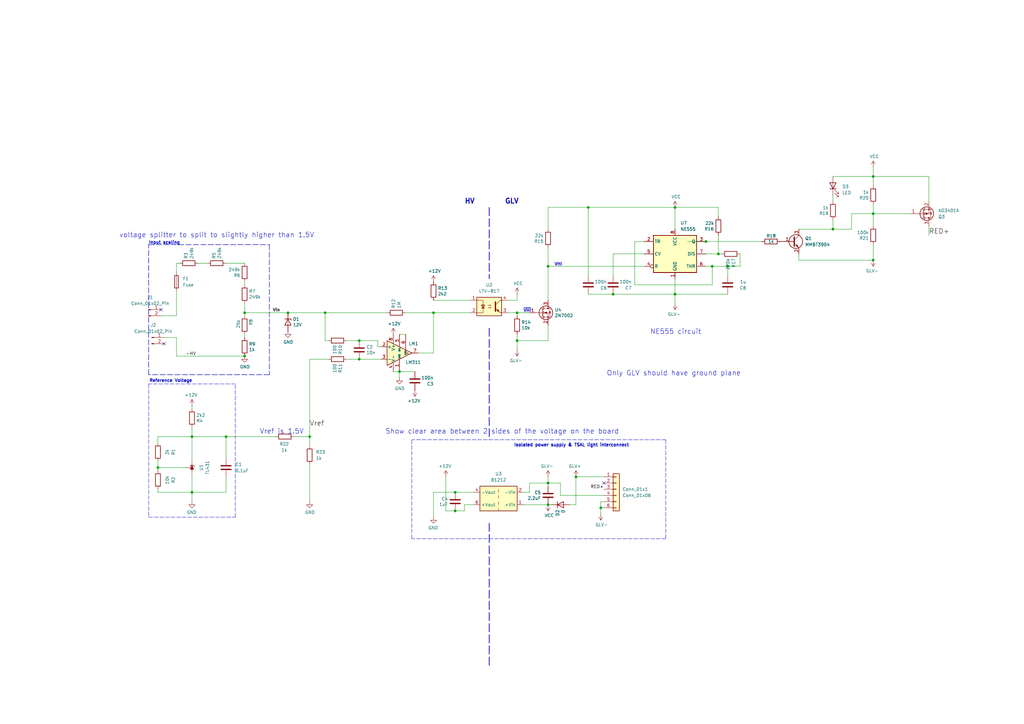
<source format=kicad_sch>
(kicad_sch (version 20231120) (generator "eeschema") (generator_version "8.0")
  (paper "A3")
  (title_block (title "TSAL") (date "2020-03-11") (rev "3.1") (company "NU Racing (UoN)") (comment 1 "Michael Ruppe") (comment 2 "github.com/michaelruppe/FSAE"))
  (lib_symbols
    (symbol "Comparator:LM311" (pin_names (offset 0.127))
      (property "Reference" "U" (at 3.81 6.35 0))
      (property "Value" "LM311" (at 3.81 3.81 0))
      (symbol "LM311_0_1"
        (polyline (pts (xy 5.08 0) (xy -5.08 5.08) (xy -5.08 -5.08) (xy 5.08 0)) (stroke (width 0.254)) (fill (type background)))
        (polyline (pts (xy 3.683 -0.381) (xy 3.302 -0.381) (xy 3.683 0) (xy 3.302 0.381) (xy 2.921 0) (xy 3.302 -0.381) (xy 2.921 -0.381)) (stroke (width 0.127)))
      )
      (symbol "LM311_1_1"
        (pin passive line (at 0 -7.62 90) (length 5.08) (name "GND") (number "1"))
        (pin input line (at -7.62 2.54 0) (length 2.54) (name "+") (number "2"))
        (pin input line (at -7.62 -2.54 0) (length 2.54) (name "-") (number "3"))
        (pin power_in line (at -2.54 -7.62 90) (length 3.81) (name "V-") (number "4"))
        (pin input line (at 0 7.62 270) (length 5.08) (name "BAL") (number "5"))
        (pin input line (at 2.54 7.62 270) (length 6.35) (name "STRB") (number "6"))
        (pin open_collector line (at 7.62 0 180) (length 2.54) (name "~") (number "7"))
        (pin power_in line (at -2.54 7.62 270) (length 3.81) (name "V+") (number "8"))
      )
    )
    (symbol "Connector:Conn_01x02_Pin" (pin_names (offset 1.016) hide)
      (property "Reference" "J" (at 0 2.54 0))
      (property "Value" "Conn_01x02_Pin" (at 0 -5.08 0))
      (symbol "Conn_01x02_Pin_1_1"
        (polyline (pts (xy 1.27 -2.54) (xy 0.8636 -2.54)) (stroke (width 0.1524)))
        (polyline (pts (xy 1.27 0) (xy 0.8636 0)) (stroke (width 0.1524)))
        (rectangle (start 0.8636 -2.413) (end 0 -2.667) (stroke (width 0.1524)) (fill (type outline)))
        (rectangle (start 0.8636 0.127) (end 0 -0.127) (stroke (width 0.1524)) (fill (type outline)))
        (pin passive line (at 5.08 0 180) (length 3.81) (name "Pin_1") (number "1"))
        (pin passive line (at 5.08 -2.54 180) (length 3.81) (name "Pin_2") (number "2"))
      )
    )
    (symbol "Connector_Generic:Conn_01x06" (pin_names (offset 1.016) hide)
      (property "Reference" "J" (at 0 7.62 0))
      (property "Value" "Conn_01x06" (at 0 -10.16 0))
      (symbol "Conn_01x06_1_1"
        (rectangle (start -1.27 -7.493) (end 0 -7.747) (stroke (width 0.1524)))
        (rectangle (start -1.27 -4.953) (end 0 -5.207) (stroke (width 0.1524)))
        (rectangle (start -1.27 -2.413) (end 0 -2.667) (stroke (width 0.1524)))
        (rectangle (start -1.27 0.127) (end 0 -0.127) (stroke (width 0.1524)))
        (rectangle (start -1.27 2.667) (end 0 2.413) (stroke (width 0.1524)))
        (rectangle (start -1.27 5.207) (end 0 4.953) (stroke (width 0.1524)))
        (rectangle (start -1.27 6.35) (end 1.27 -8.89) (stroke (width 0.254)) (fill (type background)))
        (pin passive line (at -5.08 5.08 0) (length 3.81) (name "Pin_1") (number "1"))
        (pin passive line (at -5.08 2.54 0) (length 3.81) (name "Pin_2") (number "2"))
        (pin passive line (at -5.08 0 0) (length 3.81) (name "Pin_3") (number "3"))
        (pin passive line (at -5.08 -2.54 0) (length 3.81) (name "Pin_4") (number "4"))
        (pin passive line (at -5.08 -5.08 0) (length 3.81) (name "Pin_5") (number "5"))
        (pin passive line (at -5.08 -7.62 0) (length 3.81) (name "Pin_6") (number "6"))
      )
    )
    (symbol "Converter_DCDC:TBA2-1212"
      (property "Reference" "U" (at -6.35 6.35 0))
      (property "Value" "TBA2-1212" (at 2.54 6.35 0))
      (symbol "TBA2-1212_0_1"
        (rectangle (start -7.62 5.08) (end 7.62 -5.08) (stroke (width 0.254)) (fill (type background)))
        (polyline (pts (xy 0 -2.54) (xy 0 -3.81)))
        (polyline (pts (xy 0 0) (xy 0 -1.27)))
        (polyline (pts (xy 0 2.54) (xy 0 1.27)))
        (polyline (pts (xy 0 5.08) (xy 0 3.81)))
      )
      (symbol "TBA2-1212_1_1"
        (pin power_in line (at -10.16 2.54 0) (length 2.54) (name "+Vin") (number "1"))
        (pin power_in line (at -10.16 -2.54 0) (length 2.54) (name "-Vin") (number "2"))
        (pin power_out line (at 10.16 -2.54 180) (length 2.54) (name "-Vout") (number "4"))
        (pin power_out line (at 10.16 2.54 180) (length 2.54) (name "+Vout") (number "6"))
      )
    )
    (symbol "Device:C" (pin_numbers hide) (pin_names (offset 0.254))
      (property "Reference" "C" (at 0.635 2.54 0))
      (property "Value" "C" (at 0.635 -2.54 0))
      (symbol "C_0_1"
        (polyline (pts (xy -2.032 -0.762) (xy 2.032 -0.762)) (stroke (width 0.508)))
        (polyline (pts (xy -2.032 0.762) (xy 2.032 0.762)) (stroke (width 0.508)))
      )
      (symbol "C_1_1"
        (pin passive line (at 0 3.81 270) (length 2.794) (name "~") (number "1"))
        (pin passive line (at 0 -3.81 90) (length 2.794) (name "~") (number "2"))
      )
    )
    (symbol "Device:D" (pin_numbers hide) (pin_names (offset 1.016) hide)
      (property "Reference" "D" (at 0 2.54 0))
      (property "Value" "D" (at 0 -2.54 0))
      (symbol "D_0_1"
        (polyline (pts (xy -1.27 1.27) (xy -1.27 -1.27)) (stroke (width 0.254)))
        (polyline (pts (xy 1.27 0) (xy -1.27 0)))
        (polyline (pts (xy 1.27 1.27) (xy 1.27 -1.27) (xy -1.27 0) (xy 1.27 1.27)) (stroke (width 0.254)))
      )
      (symbol "D_1_1"
        (pin passive line (at -3.81 0 0) (length 2.54) (name "K") (number "1"))
        (pin passive line (at 3.81 0 180) (length 2.54) (name "A") (number "2"))
      )
    )
    (symbol "Device:D_Zener" (pin_numbers hide) (pin_names (offset 1.016) hide)
      (property "Reference" "D" (at 0 2.54 0))
      (property "Value" "D_Zener" (at 0 -2.54 0))
      (symbol "D_Zener_0_1"
        (polyline (pts (xy 1.27 0) (xy -1.27 0)))
        (polyline (pts (xy -1.27 -1.27) (xy -1.27 1.27) (xy -0.762 1.27)) (stroke (width 0.254)))
        (polyline (pts (xy 1.27 -1.27) (xy 1.27 1.27) (xy -1.27 0) (xy 1.27 -1.27)) (stroke (width 0.254)))
      )
      (symbol "D_Zener_1_1"
        (pin passive line (at -3.81 0 0) (length 2.54) (name "K") (number "1"))
        (pin passive line (at 3.81 0 180) (length 2.54) (name "A") (number "2"))
      )
    )
    (symbol "Device:Fuse" (pin_numbers hide) (pin_names (offset 0))
      (property "Reference" "F" (at 2.032 0 90))
      (property "Value" "Fuse" (at -1.905 0 90))
      (symbol "Fuse_0_1"
        (rectangle (start -0.762 -2.54) (end 0.762 2.54) (stroke (width 0.254)))
        (polyline (pts (xy 0 2.54) (xy 0 -2.54)))
      )
      (symbol "Fuse_1_1"
        (pin passive line (at 0 3.81 270) (length 1.27) (name "~") (number "1"))
        (pin passive line (at 0 -3.81 90) (length 1.27) (name "~") (number "2"))
      )
    )
    (symbol "Device:LED" (pin_numbers hide) (pin_names (offset 1.016) hide)
      (property "Reference" "D" (at 0 2.54 0))
      (property "Value" "LED" (at 0 -2.54 0))
      (symbol "LED_0_1"
        (polyline (pts (xy -1.27 -1.27) (xy -1.27 1.27)) (stroke (width 0.254)))
        (polyline (pts (xy -1.27 0) (xy 1.27 0)))
        (polyline (pts (xy 1.27 -1.27) (xy 1.27 1.27) (xy -1.27 0) (xy 1.27 -1.27)) (stroke (width 0.254)))
        (polyline (pts (xy -3.048 -0.762) (xy -4.572 -2.286) (xy -3.81 -2.286) (xy -4.572 -2.286) (xy -4.572 -1.524)))
        (polyline (pts (xy -1.778 -0.762) (xy -3.302 -2.286) (xy -2.54 -2.286) (xy -3.302 -2.286) (xy -3.302 -1.524)))
      )
      (symbol "LED_1_1"
        (pin passive line (at -3.81 0 0) (length 2.54) (name "K") (number "1"))
        (pin passive line (at 3.81 0 180) (length 2.54) (name "A") (number "2"))
      )
    )
    (symbol "Device:R" (pin_numbers hide) (pin_names (offset 0))
      (property "Reference" "R" (at 2.032 0 90))
      (property "Value" "R" (at 0 0 90))
      (symbol "R_0_1"
        (rectangle (start -1.016 -2.54) (end 1.016 2.54) (stroke (width 0.254)))
      )
      (symbol "R_1_1"
        (pin passive line (at 0 3.81 270) (length 1.27) (name "~") (number "1"))
        (pin passive line (at 0 -3.81 90) (length 1.27) (name "~") (number "2"))
      )
    )
    (symbol "Isolator:LTV-817" (pin_names (offset 1.016))
      (property "Reference" "U" (at -5.08 5.08 0))
      (property "Value" "LTV-817" (at 0 5.08 0))
      (symbol "LTV-817_0_1"
        (rectangle (start -5.08 3.81) (end 5.08 -3.81) (stroke (width 0.254)) (fill (type background)))
        (polyline (pts (xy -3.175 -0.635) (xy -1.905 -0.635)) (stroke (width 0.254)))
        (polyline (pts (xy 2.54 0.635) (xy 4.445 2.54)))
        (polyline (pts (xy 4.445 -2.54) (xy 2.54 -0.635)) (fill (type outline)))
        (polyline (pts (xy 4.445 -2.54) (xy 5.08 -2.54)))
        (polyline (pts (xy 4.445 2.54) (xy 5.08 2.54)))
        (polyline (pts (xy -5.08 2.54) (xy -2.54 2.54) (xy -2.54 -0.762)))
        (polyline (pts (xy -2.54 -0.635) (xy -2.54 -2.54) (xy -5.08 -2.54)))
        (polyline (pts (xy 2.54 1.905) (xy 2.54 -1.905) (xy 2.54 -1.905)) (stroke (width 0.508)))
        (polyline (pts (xy -2.54 -0.635) (xy -3.175 0.635) (xy -1.905 0.635) (xy -2.54 -0.635)) (stroke (width 0.254)))
        (polyline (pts (xy -0.508 -0.508) (xy 0.762 -0.508) (xy 0.381 -0.635) (xy 0.381 -0.381) (xy 0.762 -0.508)))
        (polyline (pts (xy -0.508 0.508) (xy 0.762 0.508) (xy 0.381 0.381) (xy 0.381 0.635) (xy 0.762 0.508)))
        (polyline (pts (xy 3.048 -1.651) (xy 3.556 -1.143) (xy 4.064 -2.159) (xy 3.048 -1.651) (xy 3.048 -1.651)) (fill (type outline)))
      )
      (symbol "LTV-817_1_1"
        (pin passive line (at -7.62 2.54 0) (length 2.54) (name "~") (number "1"))
        (pin passive line (at -7.62 -2.54 0) (length 2.54) (name "~") (number "2"))
        (pin passive line (at 7.62 -2.54 180) (length 2.54) (name "~") (number "3"))
        (pin passive line (at 7.62 2.54 180) (length 2.54) (name "~") (number "4"))
      )
    )
    (symbol "Reference_Voltage:TL431LP" (pin_numbers hide) (pin_names hide)
      (property "Reference" "U" (at -2.54 2.54 0))
      (property "Value" "TL431LP" (at 0 -2.54 0))
      (symbol "TL431LP_0_1"
        (polyline (pts (xy -1.27 0) (xy 0 0) (xy 1.27 0)))
        (polyline (pts (xy -0.762 0.762) (xy 0.762 0) (xy -0.762 -0.762)) (fill (type outline)))
        (polyline (pts (xy 0.508 -1.016) (xy 0.762 -0.762) (xy 0.762 0.762) (xy 0.762 0.762)) (stroke (width 0.254)))
      )
      (symbol "TL431LP_1_1"
        (pin passive line (at 0 2.54 270) (length 2.54) (name "REF") (number "1"))
        (pin passive line (at -2.54 0 0) (length 2.54) (name "A") (number "2"))
        (pin passive line (at 2.54 0 180) (length 2.54) (name "K") (number "3"))
      )
    )
    (symbol "Timer:NE555D"
      (property "Reference" "U" (at -10.16 8.89 0))
      (property "Value" "NE555D" (at 2.54 8.89 0))
      (symbol "NE555D_0_0"
        (pin power_in line (at 0 -10.16 90) (length 2.54) (name "GND") (number "1"))
        (pin power_in line (at 0 10.16 270) (length 2.54) (name "VCC") (number "8"))
      )
      (symbol "NE555D_0_1"
        (rectangle (start -8.89 -7.62) (end 8.89 7.62) (stroke (width 0.254)) (fill (type background)))
        (rectangle (start -8.89 -7.62) (end 8.89 7.62) (stroke (width 0.254)) (fill (type background)))
      )
      (symbol "NE555D_1_1"
        (pin input line (at -12.7 5.08 0) (length 3.81) (name "TR") (number "2"))
        (pin output line (at 12.7 5.08 180) (length 3.81) (name "Q") (number "3"))
        (pin input inverted (at -12.7 -5.08 0) (length 3.81) (name "R") (number "4"))
        (pin input line (at -12.7 0 0) (length 3.81) (name "CV") (number "5"))
        (pin input line (at 12.7 -5.08 180) (length 3.81) (name "THR") (number "6"))
        (pin input line (at 12.7 0 180) (length 3.81) (name "DIS") (number "7"))
      )
    )
    (symbol "Transistor_BJT:MMBT3904" (pin_names (offset 0) hide)
      (property "Reference" "Q" (at 5.08 1.905 0))
      (property "Value" "MMBT3904" (at 5.08 0 0))
      (symbol "MMBT3904_0_1"
        (polyline (pts (xy 0.635 0.635) (xy 2.54 2.54)))
        (polyline (pts (xy 0.635 -0.635) (xy 2.54 -2.54) (xy 2.54 -2.54)))
        (polyline (pts (xy 0.635 1.905) (xy 0.635 -1.905) (xy 0.635 -1.905)) (stroke (width 0.508)))
        (polyline (pts (xy 1.27 -1.778) (xy 1.778 -1.27) (xy 2.286 -2.286) (xy 1.27 -1.778) (xy 1.27 -1.778)) (fill (type outline)))
        (circle (center 1.27 0) (radius 2.8194) (stroke (width 0.254)))
      )
      (symbol "MMBT3904_1_1"
        (pin input line (at -5.08 0 0) (length 5.715) (name "B") (number "1"))
        (pin passive line (at 2.54 -5.08 90) (length 2.54) (name "E") (number "2"))
        (pin passive line (at 2.54 5.08 270) (length 2.54) (name "C") (number "3"))
      )
    )
    (symbol "Transistor_FET:2N7002" (pin_names hide)
      (property "Reference" "Q" (at 5.08 1.905 0))
      (property "Value" "2N7002" (at 5.08 0 0))
      (symbol "2N7002_0_1"
        (polyline (pts (xy 0.254 0) (xy -2.54 0)))
        (polyline (pts (xy 0.254 1.905) (xy 0.254 -1.905)) (stroke (width 0.254)))
        (polyline (pts (xy 0.762 -1.27) (xy 0.762 -2.286)) (stroke (width 0.254)))
        (polyline (pts (xy 0.762 0.508) (xy 0.762 -0.508)) (stroke (width 0.254)))
        (polyline (pts (xy 0.762 2.286) (xy 0.762 1.27)) (stroke (width 0.254)))
        (polyline (pts (xy 2.54 2.54) (xy 2.54 1.778)))
        (polyline (pts (xy 2.54 -2.54) (xy 2.54 0) (xy 0.762 0)))
        (polyline (pts (xy 0.762 -1.778) (xy 3.302 -1.778) (xy 3.302 1.778) (xy 0.762 1.778)))
        (polyline (pts (xy 1.016 0) (xy 2.032 0.381) (xy 2.032 -0.381) (xy 1.016 0)) (fill (type outline)))
        (polyline (pts (xy 2.794 0.508) (xy 2.921 0.381) (xy 3.683 0.381) (xy 3.81 0.254)))
        (polyline (pts (xy 3.302 0.381) (xy 2.921 -0.254) (xy 3.683 -0.254) (xy 3.302 0.381)))
        (circle (center 1.651 0) (radius 2.794) (stroke (width 0.254)))
        (circle (center 2.54 -1.778) (radius 0.254) (fill (type outline)))
        (circle (center 2.54 1.778) (radius 0.254) (fill (type outline)))
      )
      (symbol "2N7002_1_1"
        (pin input line (at -5.08 0 0) (length 2.54) (name "G") (number "1"))
        (pin passive line (at 2.54 -5.08 90) (length 2.54) (name "S") (number "2"))
        (pin passive line (at 2.54 5.08 270) (length 2.54) (name "D") (number "3"))
      )
    )
    (symbol "Transistor_FET:AO3401A" (pin_names hide)
      (property "Reference" "Q" (at 5.08 1.905 0))
      (property "Value" "AO3401A" (at 5.08 0 0))
      (symbol "AO3401A_0_1"
        (polyline (pts (xy 0.254 0) (xy -2.54 0)))
        (polyline (pts (xy 0.254 1.905) (xy 0.254 -1.905)) (stroke (width 0.254)))
        (polyline (pts (xy 0.762 -1.27) (xy 0.762 -2.286)) (stroke (width 0.254)))
        (polyline (pts (xy 0.762 0.508) (xy 0.762 -0.508)) (stroke (width 0.254)))
        (polyline (pts (xy 0.762 2.286) (xy 0.762 1.27)) (stroke (width 0.254)))
        (polyline (pts (xy 2.54 2.54) (xy 2.54 1.778)))
        (polyline (pts (xy 2.54 -2.54) (xy 2.54 0) (xy 0.762 0)))
        (polyline (pts (xy 0.762 1.778) (xy 3.302 1.778) (xy 3.302 -1.778) (xy 0.762 -1.778)))
        (polyline (pts (xy 2.286 0) (xy 1.27 0.381) (xy 1.27 -0.381) (xy 2.286 0)) (fill (type outline)))
        (polyline (pts (xy 2.794 -0.508) (xy 2.921 -0.381) (xy 3.683 -0.381) (xy 3.81 -0.254)))
        (polyline (pts (xy 3.302 -0.381) (xy 2.921 0.254) (xy 3.683 0.254) (xy 3.302 -0.381)))
        (circle (center 1.651 0) (radius 2.794) (stroke (width 0.254)))
        (circle (center 2.54 -1.778) (radius 0.254) (fill (type outline)))
        (circle (center 2.54 1.778) (radius 0.254) (fill (type outline)))
      )
      (symbol "AO3401A_1_1"
        (pin input line (at -5.08 0 0) (length 2.54) (name "G") (number "1"))
        (pin passive line (at 2.54 -5.08 90) (length 2.54) (name "S") (number "2"))
        (pin passive line (at 2.54 5.08 270) (length 2.54) (name "D") (number "3"))
      )
    )
    (symbol "power-symbol-library:GLV+" (power) (pin_names (offset 0))
      (property "Value" "GLV+" (at 0 3.81 0))
      (symbol "GLV+_0_1"
        (polyline (pts (xy -0.762 1.27) (xy 0 2.54)))
        (polyline (pts (xy 0 0) (xy 0 2.54)))
        (polyline (pts (xy 0 2.54) (xy 0.762 1.27)))
      )
      (symbol "GLV+_1_1"
        (pin power_in line (at 0 0 90) (length 0) hide (name "GLV+") (number "1"))
      )
    )
    (symbol "power-symbol-library:GLV-" (power) (pin_names (offset 0))
      (property "Value" "GLV-" (at 0 3.81 0))
      (symbol "GLV-_0_1"
        (polyline (pts (xy -0.762 1.27) (xy 0 2.54)))
        (polyline (pts (xy 0 0) (xy 0 2.54)))
        (polyline (pts (xy 0 2.54) (xy 0.762 1.27)))
      )
      (symbol "GLV-_1_1"
        (pin power_in line (at 0 0 90) (length 0) hide (name "GLV-") (number "1"))
      )
    )
    (symbol "power:+12V" (power) (pin_numbers hide) (pin_names (offset 0) hide)
      (property "Value" "+12V" (at 0 3.556 0))
      (symbol "+12V_0_1"
        (polyline (pts (xy -0.762 1.27) (xy 0 2.54)))
        (polyline (pts (xy 0 0) (xy 0 2.54)))
        (polyline (pts (xy 0 2.54) (xy 0.762 1.27)))
      )
      (symbol "+12V_1_1"
        (pin power_in line (at 0 0 90) (length 0) (name "~") (number "1"))
      )
    )
    (symbol "power:GND" (power) (pin_numbers hide) (pin_names (offset 0) hide)
      (property "Value" "GND" (at 0 -3.81 0))
      (symbol "GND_0_1"
        (polyline (pts (xy 0 0) (xy 0 -1.27) (xy 1.27 -1.27) (xy 0 -2.54) (xy -1.27 -1.27) (xy 0 -1.27)))
      )
      (symbol "GND_1_1"
        (pin power_in line (at 0 0 270) (length 0) (name "~") (number "1"))
      )
    )
    (symbol "power:VCC" (power) (pin_numbers hide) (pin_names (offset 0) hide)
      (property "Value" "VCC" (at 0 3.556 0))
      (symbol "VCC_0_1"
        (polyline (pts (xy -0.762 1.27) (xy 0 2.54)))
        (polyline (pts (xy 0 0) (xy 0 2.54)))
        (polyline (pts (xy 0 2.54) (xy 0.762 1.27)))
      )
      (symbol "VCC_1_1"
        (pin power_in line (at 0 0 90) (length 0) (name "~") (number "1"))
      )
    )
  )
  (junction (at 163.83 152.4))
  (junction (at 224.79 207.01))
  (junction (at 241.3 85.09))
  (junction (at 147.32 147.32))
  (junction (at 100.33 128.27))
  (junction (at 212.09 128.27))
  (junction (at 186.69 201.93))
  (junction (at 177.8 128.27))
  (junction (at 78.74 179.07))
  (junction (at 92.71 179.07))
  (junction (at 212.09 139.7))
  (junction (at 133.35 128.27))
  (junction (at 127 179.07))
  (junction (at 358.14 106.68))
  (junction (at 358.14 72.39))
  (junction (at 100.33 146.05))
  (junction (at 64.77 191.77))
  (junction (at 289.56 99.06))
  (junction (at 186.69 209.55))
  (junction (at 118.11 128.27))
  (junction (at 276.86 120.65))
  (junction (at 294.64 104.14))
  (junction (at 358.14 87.63))
  (junction (at 224.79 198.12))
  (junction (at 147.32 139.7))
  (junction (at 236.22 195.58))
  (junction (at 224.79 109.22))
  (junction (at 276.86 85.09))
  (junction (at 298.45 109.22))
  (junction (at 292.1 109.22))
  (junction (at 246.38 208.28))
  (junction (at 78.74 201.93))
  (junction (at 251.46 120.65))
  (junction (at 341.63 93.98))
  (no_connect (at 247.65 198.12))
  (no_connect (at 66.04 127))
  (no_connect (at 67.31 140.97))
  (wire (pts (xy 92.71 201.93) (xy 78.74 201.93)))
  (polyline (pts (xy 110.49 153.67) (xy 60.96 153.67)) (stroke (width 0.2032) (type dash)))
  (polyline (pts (xy 273.05 220.98) (xy 168.91 220.98)) (stroke (width 0) (type dash)))
  (wire (pts (xy 281.94 99.06) (xy 289.56 99.06)))
  (wire (pts (xy 212.09 139.7) (xy 212.09 137.16)))
  (wire (pts (xy 260.35 116.84) (xy 292.1 116.84)))
  (wire (pts (xy 294.64 104.14) (xy 295.91 104.14)))
  (wire (pts (xy 190.5 207.01) (xy 194.31 207.01)))
  (wire (pts (xy 156.21 142.24) (xy 154.94 142.24)))
  (wire (pts (xy 358.14 87.63) (xy 358.14 92.71)))
  (wire (pts (xy 134.62 147.32) (xy 127 147.32)))
  (polyline (pts (xy 96.52 157.48) (xy 60.96 157.48)) (stroke (width 0) (type dash)))
  (wire (pts (xy 224.79 109.22) (xy 264.16 109.22)))
  (wire (pts (xy 100.33 129.54) (xy 100.33 128.27)))
  (wire (pts (xy 276.86 85.09) (xy 276.86 93.98)))
  (wire (pts (xy 64.77 191.77) (xy 64.77 193.04)))
  (wire (pts (xy 72.39 111.76) (xy 72.39 107.95)))
  (wire (pts (xy 177.8 212.09) (xy 177.8 201.93)))
  (wire (pts (xy 92.71 107.95) (xy 100.33 107.95)))
  (polyline (pts (xy 200.66 85.09) (xy 200.66 114.3)) (stroke (width 0.3048) (type dash)))
  (wire (pts (xy 349.25 93.98) (xy 341.63 93.98)))
  (polyline (pts (xy 110.49 100.33) (xy 110.49 153.67)) (stroke (width 0.2032) (type dash)))
  (wire (pts (xy 212.09 123.19) (xy 212.09 120.65)))
  (wire (pts (xy 224.79 85.09) (xy 241.3 85.09)))
  (wire (pts (xy 327.66 93.98) (xy 341.63 93.98)))
  (polyline (pts (xy 60.96 100.33) (xy 110.49 100.33)) (stroke (width 0.2032) (type dash)))
  (wire (pts (xy 381 72.39) (xy 358.14 72.39)))
  (wire (pts (xy 358.14 87.63) (xy 373.38 87.63)))
  (wire (pts (xy 64.77 201.93) (xy 64.77 200.66)))
  (wire (pts (xy 100.33 137.16) (xy 100.33 138.43)))
  (wire (pts (xy 78.74 201.93) (xy 78.74 205.74)))
  (wire (pts (xy 64.77 189.23) (xy 64.77 191.77)))
  (polyline (pts (xy 60.96 153.67) (xy 60.96 100.33)) (stroke (width 0.2032) (type dash)))
  (wire (pts (xy 177.8 144.78) (xy 177.8 128.27)))
  (wire (pts (xy 127 179.07) (xy 127 182.88)))
  (wire (pts (xy 212.09 128.27) (xy 212.09 129.54)))
  (wire (pts (xy 241.3 85.09) (xy 276.86 85.09)))
  (wire (pts (xy 72.39 107.95) (xy 73.66 107.95)))
  (wire (pts (xy 224.79 109.22) (xy 224.79 101.6)))
  (wire (pts (xy 236.22 195.58) (xy 247.65 195.58)))
  (polyline (pts (xy 200.66 134.62) (xy 200.66 180.34)) (stroke (width 0.3048) (type dash)))
  (wire (pts (xy 264.16 99.06) (xy 260.35 99.06)))
  (wire (pts (xy 166.37 137.16) (xy 163.83 137.16)))
  (wire (pts (xy 247.65 203.2) (xy 229.87 203.2)))
  (wire (pts (xy 358.14 68.58) (xy 358.14 72.39)))
  (polyline (pts (xy 168.91 220.98) (xy 168.91 180.34)) (stroke (width 0) (type dash)))
  (polyline (pts (xy 273.05 180.34) (xy 168.91 180.34)) (stroke (width 0) (type dash)))
  (wire (pts (xy 381 92.71) (xy 381 96.52)))
  (wire (pts (xy 358.14 106.68) (xy 358.14 100.33)))
  (wire (pts (xy 289.56 104.14) (xy 294.64 104.14)))
  (wire (pts (xy 100.33 124.46) (xy 100.33 128.27)))
  (wire (pts (xy 78.74 167.64) (xy 78.74 166.37)))
  (polyline (pts (xy 60.96 212.09) (xy 96.52 212.09)) (stroke (width 0) (type dash)))
  (wire (pts (xy 224.79 93.98) (xy 224.79 85.09)))
  (wire (pts (xy 177.8 144.78) (xy 171.45 144.78)))
  (wire (pts (xy 81.28 107.95) (xy 85.09 107.95)))
  (wire (pts (xy 241.3 113.03) (xy 241.3 85.09)))
  (wire (pts (xy 358.14 83.82) (xy 358.14 87.63)))
  (wire (pts (xy 120.65 179.07) (xy 127 179.07)))
  (wire (pts (xy 312.42 99.06) (xy 289.56 99.06)))
  (wire (pts (xy 78.74 194.31) (xy 78.74 201.93)))
  (wire (pts (xy 212.09 143.51) (xy 212.09 139.7)))
  (wire (pts (xy 147.32 139.7) (xy 142.24 139.7)))
  (wire (pts (xy 177.8 201.93) (xy 186.69 201.93)))
  (wire (pts (xy 224.79 195.58) (xy 224.79 198.12)))
  (wire (pts (xy 251.46 104.14) (xy 251.46 113.03)))
  (wire (pts (xy 190.5 209.55) (xy 186.69 209.55)))
  (wire (pts (xy 214.63 207.01) (xy 224.79 207.01)))
  (polyline (pts (xy 200.66 214.63) (xy 200.66 273.05)) (stroke (width 0.3048) (type dash)))
  (wire (pts (xy 133.35 128.27) (xy 158.75 128.27)))
  (wire (pts (xy 236.22 195.58) (xy 236.22 207.01)))
  (wire (pts (xy 303.53 104.14) (xy 303.53 109.22)))
  (wire (pts (xy 78.74 175.26) (xy 78.74 179.07)))
  (wire (pts (xy 133.35 128.27) (xy 133.35 139.7)))
  (wire (pts (xy 276.86 85.09) (xy 294.64 85.09)))
  (wire (pts (xy 208.28 123.19) (xy 212.09 123.19)))
  (wire (pts (xy 224.79 198.12) (xy 217.17 198.12)))
  (wire (pts (xy 186.69 209.55) (xy 182.88 209.55)))
  (wire (pts (xy 264.16 104.14) (xy 251.46 104.14)))
  (wire (pts (xy 298.45 109.22) (xy 292.1 109.22)))
  (wire (pts (xy 327.66 106.68) (xy 358.14 106.68)))
  (wire (pts (xy 224.79 198.12) (xy 224.79 199.39)))
  (wire (pts (xy 127 147.32) (xy 127 179.07)))
  (wire (pts (xy 251.46 120.65) (xy 276.86 120.65)))
  (wire (pts (xy 154.94 139.7) (xy 147.32 139.7)))
  (wire (pts (xy 92.71 195.58) (xy 92.71 201.93)))
  (wire (pts (xy 142.24 147.32) (xy 147.32 147.32)))
  (wire (pts (xy 177.8 123.19) (xy 193.04 123.19)))
  (wire (pts (xy 292.1 116.84) (xy 292.1 109.22)))
  (wire (pts (xy 72.39 138.43) (xy 72.39 146.05)))
  (wire (pts (xy 64.77 191.77) (xy 76.2 191.77)))
  (wire (pts (xy 100.33 128.27) (xy 118.11 128.27)))
  (wire (pts (xy 229.87 203.2) (xy 229.87 198.12)))
  (wire (pts (xy 163.83 152.4) (xy 163.83 154.94)))
  (wire (pts (xy 241.3 120.65) (xy 251.46 120.65)))
  (wire (pts (xy 349.25 87.63) (xy 349.25 93.98)))
  (wire (pts (xy 133.35 139.7) (xy 134.62 139.7)))
  (wire (pts (xy 92.71 179.07) (xy 113.03 179.07)))
  (wire (pts (xy 67.31 138.43) (xy 72.39 138.43)))
  (wire (pts (xy 78.74 179.07) (xy 92.71 179.07)))
  (wire (pts (xy 163.83 152.4) (xy 170.18 152.4)))
  (polyline (pts (xy 273.05 180.34) (xy 273.05 220.98)) (stroke (width 0) (type dash)))
  (wire (pts (xy 327.66 104.14) (xy 327.66 106.68)))
  (wire (pts (xy 161.29 152.4) (xy 163.83 152.4)))
  (wire (pts (xy 72.39 146.05) (xy 100.33 146.05)))
  (wire (pts (xy 298.45 120.65) (xy 276.86 120.65)))
  (wire (pts (xy 212.09 128.27) (xy 217.17 128.27)))
  (wire (pts (xy 64.77 201.93) (xy 78.74 201.93)))
  (wire (pts (xy 236.22 207.01) (xy 233.68 207.01)))
  (wire (pts (xy 78.74 179.07) (xy 78.74 189.23)))
  (wire (pts (xy 64.77 179.07) (xy 64.77 181.61)))
  (wire (pts (xy 276.86 120.65) (xy 276.86 124.46)))
  (wire (pts (xy 100.33 115.57) (xy 100.33 116.84)))
  (wire (pts (xy 247.65 208.28) (xy 246.38 208.28)))
  (wire (pts (xy 226.06 207.01) (xy 224.79 207.01)))
  (wire (pts (xy 229.87 198.12) (xy 224.79 198.12)))
  (wire (pts (xy 64.77 179.07) (xy 78.74 179.07)))
  (wire (pts (xy 224.79 139.7) (xy 212.09 139.7)))
  (wire (pts (xy 182.88 195.58) (xy 182.88 209.55)))
  (wire (pts (xy 341.63 72.39) (xy 358.14 72.39)))
  (wire (pts (xy 247.65 205.74) (xy 246.38 205.74)))
  (wire (pts (xy 341.63 82.55) (xy 341.63 80.01)))
  (wire (pts (xy 217.17 201.93) (xy 214.63 201.93)))
  (wire (pts (xy 154.94 142.24) (xy 154.94 139.7)))
  (wire (pts (xy 358.14 72.39) (xy 358.14 76.2)))
  (wire (pts (xy 186.69 201.93) (xy 194.31 201.93)))
  (polyline (pts (xy 60.96 157.48) (xy 60.96 212.09)) (stroke (width 0) (type dash)))
  (wire (pts (xy 303.53 109.22) (xy 298.45 109.22)))
  (wire (pts (xy 224.79 133.35) (xy 224.79 139.7)))
  (polyline (pts (xy 96.52 212.09) (xy 96.52 157.48)) (stroke (width 0) (type dash)))
  (wire (pts (xy 294.64 85.09) (xy 294.64 88.9)))
  (wire (pts (xy 190.5 209.55) (xy 190.5 207.01)))
  (wire (pts (xy 72.39 119.38) (xy 72.39 129.54)))
  (wire (pts (xy 260.35 99.06) (xy 260.35 116.84)))
  (wire (pts (xy 92.71 179.07) (xy 92.71 187.96)))
  (wire (pts (xy 381 82.55) (xy 381 72.39)))
  (wire (pts (xy 298.45 113.03) (xy 298.45 109.22)))
  (wire (pts (xy 118.11 128.27) (xy 133.35 128.27)))
  (wire (pts (xy 292.1 109.22) (xy 289.56 109.22)))
  (wire (pts (xy 66.04 129.54) (xy 72.39 129.54)))
  (wire (pts (xy 358.14 87.63) (xy 349.25 87.63)))
  (wire (pts (xy 341.63 90.17) (xy 341.63 93.98)))
  (wire (pts (xy 246.38 205.74) (xy 246.38 208.28)))
  (wire (pts (xy 276.86 120.65) (xy 276.86 114.3)))
  (wire (pts (xy 127 190.5) (xy 127 205.74)))
  (wire (pts (xy 166.37 128.27) (xy 177.8 128.27)))
  (wire (pts (xy 224.79 109.22) (xy 224.79 123.19)))
  (wire (pts (xy 147.32 147.32) (xy 156.21 147.32)))
  (wire (pts (xy 246.38 208.28) (xy 246.38 210.82)))
  (wire (pts (xy 294.64 96.52) (xy 294.64 104.14)))
  (wire (pts (xy 212.09 128.27) (xy 208.28 128.27)))
  (wire (pts (xy 177.8 128.27) (xy 193.04 128.27)))
  (wire (pts (xy 217.17 198.12) (xy 217.17 201.93)))
  (text "voltage splitter to split to slightly higher than 1.5V" (at 88.9 96.52 0) (effects (font (size 2.0066 2.0066))))
  (text "Show clear area between 2 sides of the voltage on the board" (at 205.994 177.038 0) (effects (font (size 2.0066 2.0066))))
  (text "Isolated power supply & TSAL light interconnect" (at 258.064 183.388 0) (effects (font (size 1.27 1.27) (thickness 0.254) (bold yes)) (justify right bottom)))
  (text "Reference Voltage" (at 61.214 156.972 0) (effects (font (size 1.27 1.27) (thickness 0.254) (bold yes)) (justify left bottom)))
  (text "~{VHI}" (at 214.63 128.27 0) (effects (font (size 1.27 1.27) (thickness 0.254) (bold yes)) (justify left bottom)))
  (text "Input scaling" (at 60.96 100.33 0) (effects (font (size 1.27 1.27) (thickness 0.254) (bold yes)) (justify left bottom)))
  (text "Only GLV should have ground plane" (at 276.352 153.162 0) (effects (font (size 2.0066 2.0066))))
  (text "GLV" (at 207.01 83.82 0) (effects (font (size 2.0066 2.0066) (thickness 0.4013) (bold yes)) (justify left bottom)))
  (text "VHI" (at 227.33 109.22 0) (effects (font (size 1.27 1.27) (thickness 0.254) (bold yes)) (justify left bottom)))
  (text "Vref is 1.5V\n" (at 115.57 177.038 0) (effects (font (size 2.0066 2.0066))))
  (text "NE555 circuit" (at 277.114 136.144 0) (effects (font (size 2.0066 2.0066))))
  (text "HV" (at 190.5 83.82 0) (effects (font (size 2.0066 2.0066) (thickness 0.4013) (bold yes)) (justify left bottom)))
  (label "-HV" (at 76.2 146.05 0))
  (label "RED+" (at 247.65 200.66 180))
  (label "RED+" (at 381 96.52 0) (effects (font (size 2.0066 2.0066))))
  (label "Vref" (at 127 175.26 0) (effects (font (size 2.0066 2.0066))))
  (label "Vin" (at 111.76 128.27 0) (effects (font (thickness 0.254) (bold yes))))
  (symbol (lib_id "Device:R") (at 100.33 120.65 0) (unit 1)
    (property "Reference" "R7" (at 102.108 119.4816 0) (effects (justify left)))
    (property "Value" "249k" (at 102.108 121.793 0) (effects (justify left)))
    (property "Footprint" "Resistor_SMD:R_0805_2012Metric_Pad1.20x1.40mm_HandSolder" (effects (hide yes)))
  )
  (symbol (lib_id "Device:R") (at 100.33 133.35 180) (unit 1)
    (property "Reference" "R8" (at 102.87 130.81 90) (effects (justify left)))
    (property "Value" "25k" (at 97.79 131.0386 90) (effects (justify left)))
    (property "Footprint" "Resistor_SMD:R_0805_2012Metric_Pad1.20x1.40mm_HandSolder" (effects (hide yes)))
  )
  (symbol (lib_id "Device:C") (at 224.79 203.2 0) (mirror y) (unit 1)
    (property "Reference" "C5" (at 221.869 202.0316 0) (effects (justify left)))
    (property "Value" "2.2uF" (at 221.869 204.343 0) (effects (justify left)))
    (property "Footprint" "Capacitor_SMD:C_0805_2012Metric" (effects (hide yes)))
  )
  (symbol (lib_id "power:+12V") (at 182.88 195.58 0) (mirror y) (unit 1)
    (property "Reference" "#PWR010" (effects (hide yes)))
    (property "Value" "+12V" (at 182.499 191.1858 0))
  )
  (symbol (lib_id "power:GND") (at 177.8 212.09 0) (mirror y) (unit 1)
    (property "Reference" "#PWR09" (effects (hide yes)))
    (property "Value" "GND" (at 177.673 216.4842 0))
  )
  (symbol (lib_id "Device:R") (at 138.43 147.32 270) (unit 1)
    (property "Reference" "R11" (at 139.5984 149.098 0) (effects (justify left)))
    (property "Value" "100" (at 137.287 149.098 0) (effects (justify left)))
    (property "Footprint" "Resistor_SMD:R_0805_2012Metric_Pad1.20x1.40mm_HandSolder" (effects (hide yes)))
  )
  (symbol (lib_id "Device:C") (at 147.32 143.51 0) (unit 1)
    (property "Reference" "C2" (at 150.241 142.3416 0) (effects (justify left)))
    (property "Value" "10n" (at 150.241 144.653 0) (effects (justify left)))
    (property "Footprint" "Capacitor_SMD:C_0805_2012Metric" (effects (hide yes)))
  )
  (symbol (lib_id "Device:R") (at 138.43 139.7 270) (unit 1)
    (property "Reference" "R10" (at 139.5984 141.478 0) (effects (justify left)))
    (property "Value" "100" (at 137.287 141.478 0) (effects (justify left)))
    (property "Footprint" "Resistor_SMD:R_0805_2012Metric_Pad1.20x1.40mm_HandSolder" (effects (hide yes)))
  )
  (symbol (lib_id "Device:D_Zener") (at 118.11 132.08 270) (unit 1)
    (property "Reference" "D1" (at 120.1166 130.9116 90) (effects (justify left)))
    (property "Value" "12V" (at 120.1166 133.223 90) (effects (justify left)))
    (property "Footprint" "Diode_THT:D_DO-35_SOD27_P7.62mm_Horizontal" (effects (hide yes)))
  )
  (symbol (lib_id "power:GND") (at 118.11 135.89 0) (unit 1)
    (property "Reference" "#PWR04" (effects (hide yes)))
    (property "Value" "GND" (at 118.237 140.2842 0))
  )
  (symbol (lib_id "Device:R") (at 100.33 142.24 0) (unit 1)
    (property "Reference" "R9" (at 102.108 141.0716 0) (effects (justify left)))
    (property "Value" "1k" (at 102.108 143.383 0) (effects (justify left)))
    (property "Footprint" "Resistor_SMD:R_0805_2012Metric_Pad1.20x1.40mm_HandSolder" (effects (hide yes)))
  )
  (symbol (lib_id "power:GND") (at 100.33 146.05 0) (unit 1)
    (property "Reference" "#PWR03" (effects (hide yes)))
    (property "Value" "GND" (at 100.457 150.4442 0))
  )
  (symbol (lib_id "Device:R") (at 100.33 111.76 180) (unit 1)
    (property "Reference" "R6" (at 98.552 112.9284 0) (effects (justify left)))
    (property "Value" "249k" (at 98.552 110.617 0) (effects (justify left)))
    (property "Footprint" "Resistor_SMD:R_0805_2012Metric_Pad1.20x1.40mm_HandSolder" (effects (hide yes)))
  )
  (symbol (lib_id "Device:R") (at 162.56 128.27 90) (unit 1)
    (property "Reference" "R12" (at 161.3916 126.492 0) (effects (justify left)))
    (property "Value" "1M" (at 163.703 126.492 0) (effects (justify left)))
    (property "Footprint" "Resistor_SMD:R_0805_2012Metric_Pad1.20x1.40mm_HandSolder" (effects (hide yes)))
    (property "Description" "optional" (effects (hide yes)))
  )
  (symbol (lib_id "Device:C") (at 170.18 156.21 180) (unit 1)
    (property "Reference" "C3" (at 177.8 157.48 0) (effects (justify left)))
    (property "Value" "100n" (at 177.8 154.94 0) (effects (justify left)))
    (property "Footprint" "Capacitor_SMD:C_0805_2012Metric" (effects (hide yes)))
  )
  (symbol (lib_id "power:+12V") (at 170.18 160.02 180) (unit 1)
    (property "Reference" "#PWR07" (effects (hide yes)))
    (property "Value" "+12V" (at 169.799 164.4142 0))
  )
  (symbol (lib_id "Comparator:LM311") (at 163.83 144.78 0) (unit 1)
    (property "Reference" "LM1" (at 167.64 140.97 0) (effects (justify left)))
    (property "Value" "LM311" (at 166.37 148.59 0) (effects (justify left)))
    (property "Footprint" "Package_SO:SOIC-8-1EP_3.9x4.9mm_P1.27mm_EP2.29x3mm" (effects (hide yes)))
    (property "Datasheet" "http://www.ti.com/lit/ds/symlink/lm311.pdf" (effects (hide yes)))
  )
  (symbol (lib_id "power:GND") (at 163.83 154.94 0) (unit 1)
    (property "Reference" "#PWR06" (effects (hide yes)))
    (property "Value" "GND" (at 163.957 159.3342 0))
  )
  (symbol (lib_id "power:+12V") (at 161.29 137.16 0) (unit 1)
    (property "Reference" "#PWR05" (effects (hide yes)))
    (property "Value" "+12V" (at 161.671 132.7658 0))
  )
  (symbol (lib_id "Device:D") (at 229.87 207.01 0) (mirror x) (unit 1)
    (property "Reference" "D2" (at 228.7016 209.0166 90) (effects (justify left)))
    (property "Value" "D" (at 231.013 209.0166 90) (effects (justify left)))
    (property "Footprint" "Diode_SMD:D_SMA" (effects (hide yes)))
  )
  (symbol (lib_id "power:+12V") (at 177.8 115.57 0) (unit 1)
    (property "Reference" "#PWR08" (effects (hide yes)))
    (property "Value" "+12V" (at 178.181 111.1758 0))
  )
  (symbol (lib_id "Device:R") (at 177.8 119.38 0) (unit 1)
    (property "Reference" "R13" (at 179.578 118.2116 0) (effects (justify left)))
    (property "Value" "2k2" (at 179.578 120.523 0) (effects (justify left)))
    (property "Footprint" "Resistor_SMD:R_0805_2012Metric_Pad1.20x1.40mm_HandSolder" (effects (hide yes)))
  )
  (symbol (lib_id "power-symbol-library:GLV-") (at 212.09 143.51 180) (unit 1)
    (property "Reference" "#PWR012" (effects (hide yes)))
    (property "Value" "GLV-" (at 211.709 147.9042 0))
  )
  (symbol (lib_id "Device:R") (at 212.09 133.35 0) (unit 1)
    (property "Reference" "R14" (at 213.868 132.1816 0) (effects (justify left)))
    (property "Value" "10k" (at 213.868 134.493 0) (effects (justify left)))
    (property "Footprint" "Resistor_SMD:R_0805_2012Metric_Pad1.20x1.40mm_HandSolder" (effects (hide yes)))
  )
  (symbol (lib_id "Device:C") (at 251.46 116.84 180) (unit 1)
    (property "Reference" "C7" (at 259.08 118.11 0) (effects (justify left)))
    (property "Value" "100n" (at 259.08 115.57 0) (effects (justify left)))
    (property "Footprint" "Capacitor_SMD:C_0805_2012Metric" (effects (hide yes)))
  )
  (symbol (lib_id "Device:R") (at 299.72 104.14 270) (unit 1)
    (property "Reference" "R17" (at 300.8884 105.918 0) (effects (justify left)))
    (property "Value" "220k" (at 298.577 105.918 0) (effects (justify left)))
    (property "Footprint" "Resistor_SMD:R_0805_2012Metric_Pad1.20x1.40mm_HandSolder" (effects (hide yes)))
  )
  (symbol (lib_id "Device:C") (at 241.3 116.84 180) (unit 1)
    (property "Reference" "C6" (at 248.92 118.11 0) (effects (justify left)))
    (property "Value" "100n" (at 248.92 115.57 0) (effects (justify left)))
    (property "Footprint" "Capacitor_SMD:C_0805_2012Metric" (effects (hide yes)))
  )
  (symbol (lib_id "Device:C") (at 298.45 116.84 180) (unit 1)
    (property "Reference" "C8" (at 306.07 118.11 0) (effects (justify left)))
    (property "Value" "1u" (at 306.07 115.57 0) (effects (justify left)))
    (property "Footprint" "Capacitor_SMD:C_0805_2012Metric" (effects (hide yes)))
  )
  (symbol (lib_id "Device:R") (at 294.64 92.71 180) (unit 1)
    (property "Reference" "R16" (at 292.862 93.8784 0) (effects (justify left)))
    (property "Value" "22k" (at 292.862 91.567 0) (effects (justify left)))
    (property "Footprint" "Resistor_SMD:R_0805_2012Metric_Pad1.20x1.40mm_HandSolder" (effects (hide yes)))
  )
  (symbol (lib_id "Device:R") (at 88.9 107.95 90) (unit 1)
    (property "Reference" "R5" (at 87.7316 106.172 0) (effects (justify left)))
    (property "Value" "249k" (at 90.043 106.172 0) (effects (justify left)))
    (property "Footprint" "Resistor_SMD:R_0805_2012Metric_Pad1.20x1.40mm_HandSolder" (effects (hide yes)))
  )
  (symbol (lib_id "Device:R") (at 77.47 107.95 90) (unit 1)
    (property "Reference" "R3" (at 76.3016 106.172 0) (effects (justify left)))
    (property "Value" "249k" (at 78.613 106.172 0) (effects (justify left)))
    (property "Footprint" "Resistor_SMD:R_0805_2012Metric_Pad1.20x1.40mm_HandSolder" (effects (hide yes)))
  )
  (symbol (lib_id "power-symbol-library:GLV+") (at 236.22 195.58 0) (mirror y) (unit 1)
    (property "Reference" "#PWR015" (effects (hide yes)))
    (property "Value" "GLV+" (at 235.839 191.1858 0))
  )
  (symbol (lib_id "power-symbol-library:GLV-") (at 224.79 195.58 0) (mirror y) (unit 1)
    (property "Reference" "#PWR013" (effects (hide yes)))
    (property "Value" "GLV-" (at 224.409 191.1858 0))
  )
  (symbol (lib_id "Transistor_FET:2N7002") (at 222.25 128.27 0) (unit 1)
    (property "Reference" "U4" (at 227.4824 127.1016 0) (effects (justify left)))
    (property "Value" "2N7002" (at 227.4824 129.413 0) (effects (justify left)))
    (property "Footprint" "Package_TO_SOT_SMD:SOT-23-5_HandSoldering" (effects (hide yes)))
    (property "Datasheet" "https://www.fairchildsemi.com/datasheets/2N/2N7002.pdf" (effects (hide yes)))
  )
  (symbol (lib_id "power-symbol-library:GLV-") (at 358.14 106.68 180) (unit 1)
    (property "Reference" "#PWR019" (effects (hide yes)))
    (property "Value" "GLV-" (at 357.759 111.0742 0))
  )
  (symbol (lib_id "power:VCC") (at 224.79 207.01 0) (mirror x) (unit 1)
    (property "Reference" "#PWR014" (effects (hide yes)))
    (property "Value" "VCC" (at 225.2472 211.4042 0))
  )
  (symbol (lib_id "power:VCC") (at 212.09 120.65 0) (unit 1)
    (property "Reference" "#PWR011" (effects (hide yes)))
    (property "Value" "VCC" (at 212.5218 116.2558 0))
  )
  (symbol (lib_id "power:VCC") (at 276.86 85.09 0) (unit 1)
    (property "Reference" "#PWR017" (effects (hide yes)))
    (property "Value" "VCC" (at 277.2918 80.6958 0))
  )
  (symbol (lib_id "Device:R") (at 224.79 97.79 180) (unit 1)
    (property "Reference" "R15" (at 223.012 98.9584 0) (effects (justify left)))
    (property "Value" "22k" (at 223.012 96.647 0) (effects (justify left)))
    (property "Footprint" "Resistor_SMD:R_0805_2012Metric_Pad1.20x1.40mm_HandSolder" (effects (hide yes)))
  )
  (symbol (lib_id "power-symbol-library:GLV-") (at 276.86 124.46 180) (unit 1)
    (property "Reference" "#PWR018" (effects (hide yes)))
    (property "Value" "GLV-" (at 276.479 128.8542 0))
  )
  (symbol (lib_id "power-symbol-library:GLV-") (at 246.38 210.82 0) (mirror x) (unit 1)
    (property "Reference" "#PWR016" (effects (hide yes)))
    (property "Value" "GLV-" (at 246.761 215.2142 0))
  )
  (symbol (lib_id "Reference_Voltage:TL431LP") (at 78.74 191.77 90) (unit 1)
    (property "Reference" "U1" (at 82.55 191.77 0))
    (property "Value" "TL431" (at 85.09 191.77 0))
    (property "Footprint" "Package_TO_SOT_SMD:SOT-23-5_HandSoldering" (effects (hide yes)))
    (property "Datasheet" "http://www.ti.com/lit/ds/symlink/tl431.pdf" (effects (hide yes)))
    (property "Description" "Shunt Regulator, TO-92" (effects (hide yes)))
  )
  (symbol (lib_id "Isolator:LTV-817") (at 200.66 125.73 0) (unit 1)
    (property "Reference" "U2" (at 200.66 116.84 0))
    (property "Value" "LTV-817" (at 200.66 119.38 0))
    (property "Footprint" "Package_DIP:DIP-4_W7.62mm_SMDSocket_SmallPads" (effects (hide yes)))
    (property "Datasheet" "http://www.us.liteon.com/downloads/LTV-817-827-847.PDF" (effects (hide yes)))
    (property "Description" "DC Optocoupler, Vce 35V, CTR 50%, DIP-4" (effects (hide yes)))
  )
  (symbol (lib_id "power:GND") (at 78.74 205.74 0) (mirror y) (unit 1)
    (property "Reference" "#PWR02" (effects (hide yes)))
    (property "Value" "GND" (at 78.613 210.1342 0))
  )
  (symbol (lib_id "Device:R") (at 64.77 196.85 0) (unit 1)
    (property "Reference" "R2" (at 71.12 196.85 90))
    (property "Value" "10k" (at 68.58 196.85 90))
    (property "Footprint" "Resistor_SMD:R_0805_2012Metric_Pad1.20x1.40mm_HandSolder" (effects (hide yes)))
    (property "Description" "Resistor" (effects (hide yes)))
  )
  (symbol (lib_id "power:VCC") (at 358.14 68.58 0) (unit 1)
    (property "Reference" "#PWR020" (effects (hide yes)))
    (property "Value" "VCC" (at 358.5718 64.1858 0))
  )
  (symbol (lib_id "Device:C") (at 92.71 191.77 0) (unit 1)
    (property "Reference" "C1" (at 96.52 190.4999 0) (effects (justify left)))
    (property "Value" "0.1uF" (at 96.52 193.0399 0) (effects (justify left)))
    (property "Footprint" "Capacitor_SMD:C_0805_2012Metric" (effects (hide yes)))
    (property "Description" "Unpolarized capacitor" (effects (hide yes)))
  )
  (symbol (lib_id "Device:R") (at 127 186.69 0) (unit 1)
    (property "Reference" "R23" (at 129.54 185.4199 0) (effects (justify left)))
    (property "Value" "1k" (at 129.54 187.9599 0) (effects (justify left)))
    (property "Footprint" "Resistor_SMD:R_0805_2012Metric_Pad1.20x1.40mm_HandSolder" (effects (hide yes)))
    (property "Description" "Resistor" (effects (hide yes)))
  )
  (symbol (lib_id "Transistor_BJT:MMBT3904") (at 325.12 99.06 0) (unit 1)
    (property "Reference" "Q1" (at 330.2 97.7899 0) (effects (justify left)))
    (property "Value" "MMBT3904" (at 330.2 100.3299 0) (effects (justify left)))
    (property "Footprint" "Package_TO_SOT_SMD:SOT-23" (effects (hide yes)))
    (property "Datasheet" "https://www.onsemi.com/pdf/datasheet/pzt3904-d.pdf" (effects (hide yes)))
    (property "Description" "0.2A Ic, 40V Vce, Small Signal NPN Transistor, SOT-23" (effects (hide yes)))
  )
  (symbol (lib_id "Device:R") (at 116.84 179.07 90) (unit 1)
    (property "Reference" "R22" (at 116.586 182.118 90))
    (property "Value" "1k" (at 116.586 184.658 90))
    (property "Footprint" "Resistor_SMD:R_0805_2012Metric_Pad1.20x1.40mm_HandSolder" (effects (hide yes)))
    (property "Description" "Resistor" (effects (hide yes)))
  )
  (symbol (lib_id "Timer:NE555D") (at 276.86 104.14 0) (unit 1)
    (property "Reference" "U7" (at 279.0541 91.44 0) (effects (justify left)))
    (property "Value" "NE555" (at 279.0541 93.98 0) (effects (justify left)))
    (property "Footprint" "Package_SO:SOIC-8-1EP_3.9x4.9mm_P1.27mm_EP2.29x3mm" (effects (hide yes)))
    (property "Datasheet" "http://www.ti.com/lit/ds/symlink/ne555.pdf" (effects (hide yes)))
  )
  (symbol (lib_id "Transistor_FET:AO3401A") (at 378.46 87.63 0) (mirror x) (unit 1)
    (property "Reference" "Q3" (at 384.81 88.9001 0) (effects (justify left)))
    (property "Value" "AO3401A" (at 384.81 86.3601 0) (effects (justify left)))
    (property "Footprint" "Package_TO_SOT_SMD:SOT-23" (effects (hide yes)))
    (property "Datasheet" "http://www.aosmd.com/pdfs/datasheet/AO3401A.pdf" (effects (hide yes)))
    (property "Description" "-4.0A Id, -30V Vds, P-Channel MOSFET, SOT-23" (effects (hide yes)))
  )
  (symbol (lib_id "power:GND") (at 127 205.74 0) (unit 1)
    (property "Reference" "#PWR021" (effects (hide yes)))
    (property "Value" "GND" (at 127.127 210.1342 0))
  )
  (symbol (lib_id "Connector_Generic:Conn_01x06") (at 252.73 200.66 0) (unit 1)
    (property "Reference" "Conn_01x1" (at 255.27 200.6599 0) (effects (justify left)))
    (property "Value" "Conn_01x06" (at 255.27 203.1999 0) (effects (justify left)))
    (property "Footprint" "Connector_JST:JST_VH_B6P-VH_1x06_P3.96mm_Vertical" (effects (hide yes)))
    (property "Description" "Generic connector, single row, 01x06, script generated (kicad-library-utils/schlib/autogen/connector/)" (effects (hide yes)))
  )
  (symbol (lib_id "Device:C") (at 186.69 205.74 0) (mirror y) (unit 1)
    (property "Reference" "C4" (at 183.769 204.5716 0) (effects (justify left)))
    (property "Value" "1uF" (at 183.769 206.883 0) (effects (justify left)))
    (property "Footprint" "Capacitor_SMD:C_0805_2012Metric" (effects (hide yes)))
  )
  (symbol (lib_id "power:+12V") (at 78.74 166.37 0) (mirror y) (unit 1)
    (property "Reference" "#PWR01" (effects (hide yes)))
    (property "Value" "+12V" (at 78.359 161.9758 0))
  )
  (symbol (lib_id "Device:LED") (at 341.63 76.2 90) (unit 1)
    (property "Reference" "D3" (at 345.44 76.5174 90) (effects (justify right)))
    (property "Value" "LED" (at 345.44 79.0574 90) (effects (justify right)))
    (property "Footprint" "LED_SMD:LED_0805_2012Metric_Pad1.15x1.40mm_HandSolder" (effects (hide yes)))
    (property "Description" "Light emitting diode" (effects (hide yes)))
  )
  (symbol (lib_id "Device:R") (at 64.77 185.42 0) (unit 1)
    (property "Reference" "R1" (at 71.12 185.42 90))
    (property "Value" "2k" (at 68.58 185.42 90))
    (property "Footprint" "Resistor_SMD:R_0805_2012Metric_Pad1.20x1.40mm_HandSolder" (effects (hide yes)))
    (property "Description" "Resistor" (effects (hide yes)))
  )
  (symbol (lib_id "Device:R") (at 316.23 99.06 90) (unit 1)
    (property "Reference" "R18" (at 318.262 96.774 90) (effects (justify left)))
    (property "Value" "1k" (at 317.5 99.06 90) (effects (justify left)))
    (property "Footprint" "Resistor_SMD:R_0805_2012Metric_Pad1.20x1.40mm_HandSolder" (effects (hide yes)))
  )
  (symbol (lib_id "Connector:Conn_01x02_Pin") (at 60.96 127 0) (unit 1)
    (property "Reference" "J1" (at 61.595 121.92 0))
    (property "Value" "Conn_01x02_Pin" (at 61.595 124.46 0))
    (property "Footprint" "Connector_AMASS:AMASS_XT60-M_1x02_P7.20mm_Vertical" (effects (hide yes)))
    (property "Description" "Generic connector, single row, 01x02, script generated" (effects (hide yes)))
  )
  (symbol (lib_id "Device:R") (at 358.14 80.01 180) (unit 1)
    (property "Reference" "R20" (at 356.362 81.1784 0) (effects (justify left)))
    (property "Value" "1k" (at 356.362 78.867 0) (effects (justify left)))
    (property "Footprint" "Resistor_SMD:R_0805_2012Metric_Pad1.20x1.40mm_HandSolder" (effects (hide yes)))
  )
  (symbol (lib_id "Device:Fuse") (at 72.39 115.57 0) (unit 1)
    (property "Reference" "F1" (at 74.93 114.2999 0) (effects (justify left)))
    (property "Value" "Fuse" (at 74.93 116.8399 0) (effects (justify left)))
    (property "Footprint" "Fuse:Fuse_0805_2012Metric_Pad1.15x1.40mm_HandSolder" (effects (hide yes)))
    (property "Description" "Fuse" (effects (hide yes)))
  )
  (symbol (lib_id "Converter_DCDC:TBA2-1212") (at 204.47 204.47 180) (unit 1)
    (property "Reference" "U3" (at 204.47 194.31 0))
    (property "Value" "B1212" (at 204.47 196.85 0))
    (property "Footprint" "Converter_DCDC:Converter_DCDC_TRACO_TBA2-xxxx_Single_THT" (effects (hide yes)))
    (property "Datasheet" "https://www.tracopower.com/products/tba2.pdf" (effects (hide yes)))
    (property "Description" "2W DC/DC converter unregulated, 10.8-13.2V input, 12V fixed output voltage, 165mA output, 1.5kVDC isolation, SIP-7" (effects (hide yes)))
  )
  (symbol (lib_id "Device:R") (at 358.14 96.52 180) (unit 1)
    (property "Reference" "R21" (at 356.362 97.6884 0) (effects (justify left)))
    (property "Value" "100k" (at 356.362 95.377 0) (effects (justify left)))
    (property "Footprint" "Resistor_SMD:R_0805_2012Metric_Pad1.20x1.40mm_HandSolder" (effects (hide yes)))
  )
  (symbol (lib_id "Connector:Conn_01x02_Pin") (at 62.23 138.43 0) (unit 1)
    (property "Reference" "J2" (at 62.865 133.35 0))
    (property "Value" "Conn_01x02_Pin" (at 62.865 135.89 0))
    (property "Footprint" "Connector_AMASS:AMASS_XT60-M_1x02_P7.20mm_Vertical" (effects (hide yes)))
    (property "Description" "Generic connector, single row, 01x02, script generated" (effects (hide yes)))
  )
  (symbol (lib_id "Device:R") (at 341.63 86.36 180) (unit 1)
    (property "Reference" "R19" (at 339.852 87.5284 0) (effects (justify left)))
    (property "Value" "1k" (at 339.852 85.217 0) (effects (justify left)))
    (property "Footprint" "Resistor_SMD:R_0805_2012Metric_Pad1.20x1.40mm_HandSolder" (effects (hide yes)))
  )
  (symbol (lib_id "Device:R") (at 78.74 171.45 0) (mirror x) (unit 1)
    (property "Reference" "R4" (at 80.518 172.6184 0) (effects (justify left)))
    (property "Value" "2k2" (at 80.518 170.307 0) (effects (justify left)))
    (property "Footprint" "Resistor_SMD:R_0805_2012Metric_Pad1.20x1.40mm_HandSolder" (effects (hide yes)))
  )
)
</source>
